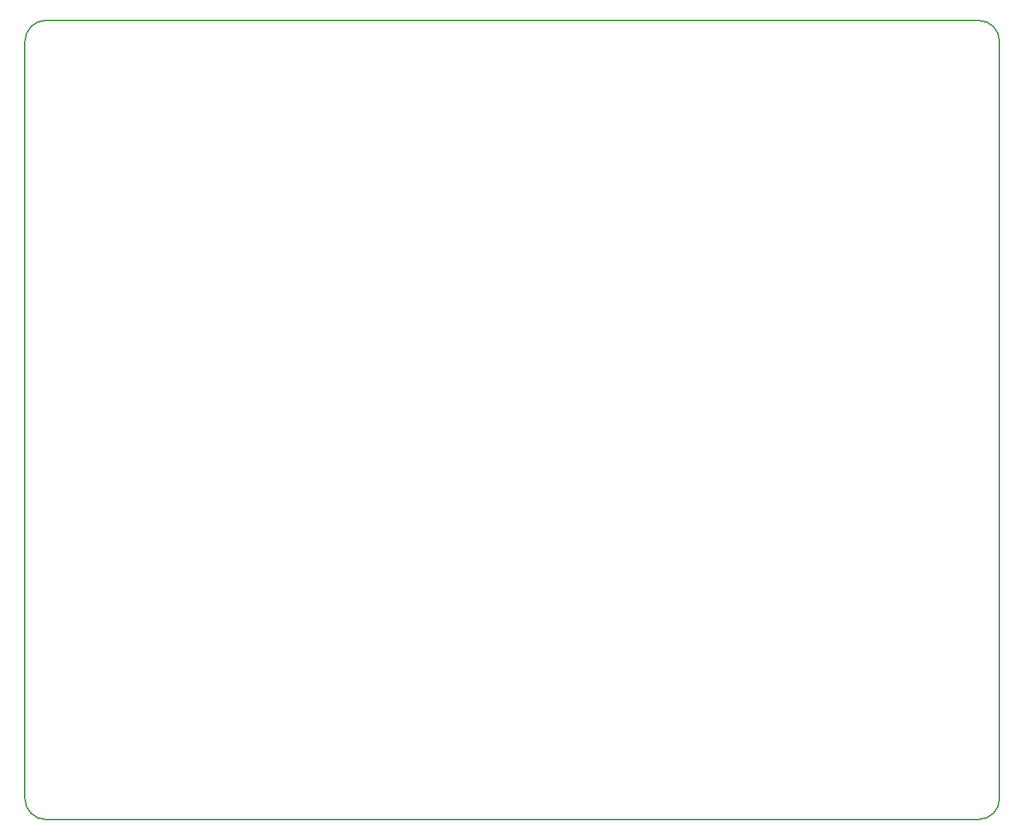
<source format=gm1>
%TF.GenerationSoftware,KiCad,Pcbnew,5.1.5+dfsg1-2build2*%
%TF.CreationDate,2021-01-24T18:09:44+01:00*%
%TF.ProjectId,PlacaDrivers,506c6163-6144-4726-9976-6572732e6b69,rev?*%
%TF.SameCoordinates,Original*%
%TF.FileFunction,Profile,NP*%
%FSLAX46Y46*%
G04 Gerber Fmt 4.6, Leading zero omitted, Abs format (unit mm)*
G04 Created by KiCad (PCBNEW 5.1.5+dfsg1-2build2) date 2021-01-24 18:09:44*
%MOMM*%
%LPD*%
G04 APERTURE LIST*
%ADD10C,0.127000*%
G04 APERTURE END LIST*
D10*
X211000000Y-136000000D02*
G75*
G02X208500000Y-138500000I-2500000J0D01*
G01*
X96500000Y-138500000D02*
G75*
G02X94000000Y-136000000I0J2500000D01*
G01*
X208500000Y-42500000D02*
G75*
G02X211000000Y-45000000I0J-2500000D01*
G01*
X94000000Y-45000000D02*
G75*
G02X96500000Y-42500000I2500000J0D01*
G01*
X94000000Y-136000000D02*
X94000000Y-45000000D01*
X208500000Y-138500000D02*
X96500000Y-138500000D01*
X211000000Y-45000000D02*
X211000000Y-136000000D01*
X96500000Y-42500000D02*
X208500000Y-42500000D01*
M02*

</source>
